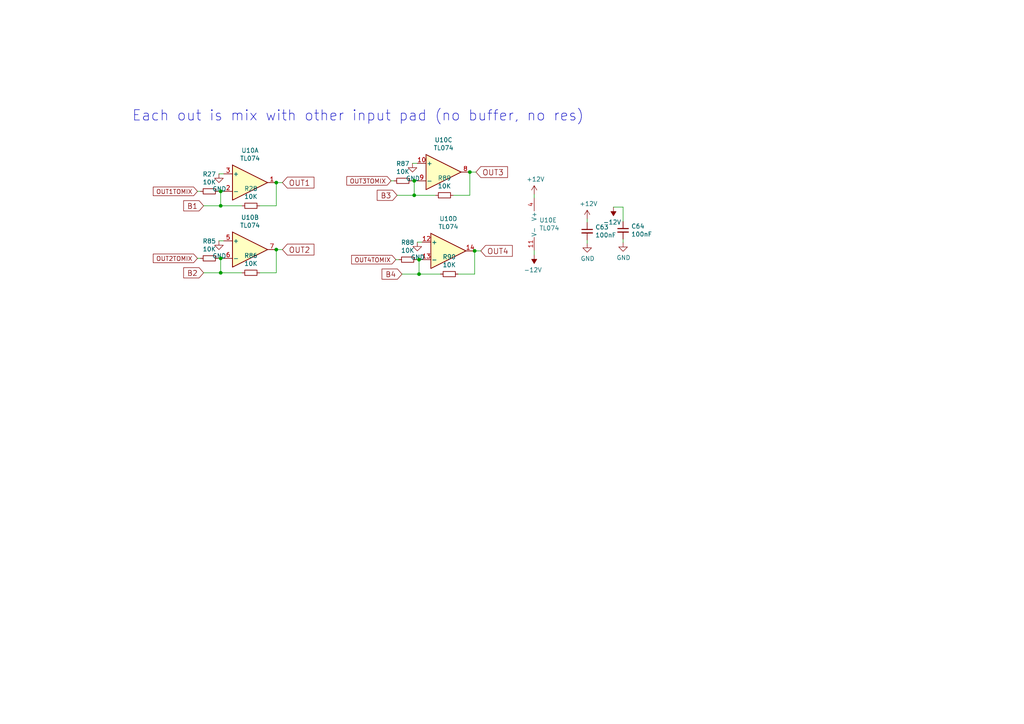
<source format=kicad_sch>
(kicad_sch (version 20211123) (generator eeschema)
  (paper "A4")
  (lib_symbols
    (symbol "Amplifier_Operational:TL074" (pin_names (offset 0.127))
      (property "Reference" "U" (at 0 5.08 0))
      (property "Value" "TL074" (at 0 -5.08 0))
      (symbol "TL074_1_1"
        (polyline (pts (xy -5.08 5.08) (xy 5.08 0) (xy -5.08 -5.08) (xy -5.08 5.08)) (stroke (width 0.254)) (fill (type background)))
        (pin output line (at 7.62 0 180) (length 2.54) (name "~") (number "1"))
        (pin input line (at -7.62 -2.54 0) (length 2.54) (name "-") (number "2"))
        (pin input line (at -7.62 2.54 0) (length 2.54) (name "+") (number "3"))
      )
      (symbol "TL074_2_1"
        (polyline (pts (xy -5.08 5.08) (xy 5.08 0) (xy -5.08 -5.08) (xy -5.08 5.08)) (stroke (width 0.254)) (fill (type background)))
        (pin input line (at -7.62 2.54 0) (length 2.54) (name "+") (number "5"))
        (pin input line (at -7.62 -2.54 0) (length 2.54) (name "-") (number "6"))
        (pin output line (at 7.62 0 180) (length 2.54) (name "~") (number "7"))
      )
      (symbol "TL074_3_1"
        (polyline (pts (xy -5.08 5.08) (xy 5.08 0) (xy -5.08 -5.08) (xy -5.08 5.08)) (stroke (width 0.254)) (fill (type background)))
        (pin input line (at -7.62 2.54 0) (length 2.54) (name "+") (number "10"))
        (pin output line (at 7.62 0 180) (length 2.54) (name "~") (number "8"))
        (pin input line (at -7.62 -2.54 0) (length 2.54) (name "-") (number "9"))
      )
      (symbol "TL074_4_1"
        (polyline (pts (xy -5.08 5.08) (xy 5.08 0) (xy -5.08 -5.08) (xy -5.08 5.08)) (stroke (width 0.254)) (fill (type background)))
        (pin input line (at -7.62 2.54 0) (length 2.54) (name "+") (number "12"))
        (pin input line (at -7.62 -2.54 0) (length 2.54) (name "-") (number "13"))
        (pin output line (at 7.62 0 180) (length 2.54) (name "~") (number "14"))
      )
      (symbol "TL074_5_1"
        (pin power_in line (at -2.54 -7.62 90) (length 3.81) (name "V-") (number "11"))
        (pin power_in line (at -2.54 7.62 270) (length 3.81) (name "V+") (number "4"))
      )
    )
    (symbol "Device:C_Small" (pin_numbers hide) (pin_names (offset 0.254) hide)
      (property "Reference" "C" (at 0.254 1.778 0))
      (property "Value" "C_Small" (at 0.254 -2.032 0))
      (symbol "C_Small_0_1"
        (polyline (pts (xy -1.524 -0.508) (xy 1.524 -0.508)) (stroke (width 0.3302)))
        (polyline (pts (xy -1.524 0.508) (xy 1.524 0.508)) (stroke (width 0.3048)))
      )
      (symbol "C_Small_1_1"
        (pin passive line (at 0 2.54 270) (length 2.032) (name "~") (number "1"))
        (pin passive line (at 0 -2.54 90) (length 2.032) (name "~") (number "2"))
      )
    )
    (symbol "Device:R_Small" (pin_numbers hide) (pin_names (offset 0.254) hide)
      (property "Reference" "R" (at 0.762 0.508 0))
      (property "Value" "R_Small" (at 0.762 -1.016 0))
      (symbol "R_Small_0_1"
        (rectangle (start -0.762 1.778) (end 0.762 -1.778) (stroke (width 0.2032)))
      )
      (symbol "R_Small_1_1"
        (pin passive line (at 0 2.54 270) (length 0.762) (name "~") (number "1"))
        (pin passive line (at 0 -2.54 90) (length 0.762) (name "~") (number "2"))
      )
    )
    (symbol "power:+12V" (power) (pin_names (offset 0))
      (property "Value" "+12V" (at 0 3.556 0))
      (symbol "+12V_0_1"
        (polyline (pts (xy -0.762 1.27) (xy 0 2.54)))
        (polyline (pts (xy 0 0) (xy 0 2.54)))
        (polyline (pts (xy 0 2.54) (xy 0.762 1.27)))
      )
      (symbol "+12V_1_1"
        (pin power_in line (at 0 0 90) (length 0) hide (name "+12V") (number "1"))
      )
    )
    (symbol "power:-12V" (power) (pin_names (offset 0))
      (property "Value" "-12V" (at 0 3.81 0))
      (symbol "-12V_0_0"
        (pin power_in line (at 0 0 90) (length 0) hide (name "-12V") (number "1"))
      )
      (symbol "-12V_0_1"
        (polyline (pts (xy 0 0) (xy 0 1.27) (xy 0.762 1.27) (xy 0 2.54) (xy -0.762 1.27) (xy 0 1.27)) (fill (type outline)))
      )
    )
    (symbol "power:GND" (power) (pin_names (offset 0))
      (property "Value" "GND" (at 0 -3.81 0))
      (symbol "GND_0_1"
        (polyline (pts (xy 0 0) (xy 0 -1.27) (xy 1.27 -1.27) (xy 0 -2.54) (xy -1.27 -1.27) (xy 0 -1.27)))
      )
      (symbol "GND_1_1"
        (pin power_in line (at 0 0 270) (length 0) hide (name "GND") (number "1"))
      )
    )
  )
  (junction (at 64.008 55.499))
  (junction (at 120.142 56.642))
  (junction (at 136.271 49.911))
  (junction (at 80.137 72.39))
  (junction (at 121.539 75.311))
  (junction (at 80.137 52.959))
  (junction (at 64.008 74.93))
  (junction (at 120.142 52.451))
  (junction (at 121.539 79.502))
  (junction (at 137.668 72.771))
  (junction (at 64.008 79.121))
  (junction (at 64.008 59.69))
  (wire (pts (xy 58.166 55.499) (xy 57.277 55.499)))
  (wire (pts (xy 64.008 55.499) (xy 64.008 59.69)))
  (wire (pts (xy 131.445 56.642) (xy 136.271 56.642)))
  (wire (pts (xy 121.539 79.502) (xy 116.586 79.502)))
  (wire (pts (xy 115.697 75.311) (xy 114.808 75.311)))
  (wire (pts (xy 64.008 59.69) (xy 70.231 59.69)))
  (wire (pts (xy 80.137 72.39) (xy 81.915 72.39)))
  (wire (pts (xy 114.3 52.451) (xy 113.411 52.451)))
  (wire (pts (xy 120.142 52.451) (xy 120.142 56.642)))
  (wire (pts (xy 136.271 49.911) (xy 138.049 49.911)))
  (wire (pts (xy 121.031 70.231) (xy 122.428 70.231)))
  (wire (pts (xy 80.137 79.121) (xy 80.137 72.39)))
  (wire (pts (xy 132.842 79.502) (xy 137.668 79.502)))
  (wire (pts (xy 121.539 75.311) (xy 122.428 75.311)))
  (wire (pts (xy 120.142 56.642) (xy 115.189 56.642)))
  (wire (pts (xy 170.307 63.5) (xy 170.307 64.516)))
  (wire (pts (xy 137.668 79.502) (xy 137.668 72.771)))
  (wire (pts (xy 64.008 79.121) (xy 70.231 79.121)))
  (wire (pts (xy 177.927 60.071) (xy 180.721 60.071)))
  (wire (pts (xy 119.38 52.451) (xy 120.142 52.451)))
  (wire (pts (xy 63.5 69.85) (xy 64.897 69.85)))
  (wire (pts (xy 121.539 75.311) (xy 121.539 79.502)))
  (wire (pts (xy 80.137 52.959) (xy 81.915 52.959)))
  (wire (pts (xy 64.008 74.93) (xy 64.008 79.121)))
  (wire (pts (xy 120.777 75.311) (xy 121.539 75.311)))
  (wire (pts (xy 64.008 74.93) (xy 64.897 74.93)))
  (wire (pts (xy 63.246 55.499) (xy 64.008 55.499)))
  (wire (pts (xy 180.721 60.071) (xy 180.721 64.262)))
  (wire (pts (xy 136.271 56.642) (xy 136.271 49.911)))
  (wire (pts (xy 119.634 47.371) (xy 121.031 47.371)))
  (wire (pts (xy 120.142 52.451) (xy 121.031 52.451)))
  (wire (pts (xy 154.94 72.644) (xy 154.94 73.914)))
  (wire (pts (xy 121.539 79.502) (xy 127.762 79.502)))
  (wire (pts (xy 64.008 55.499) (xy 64.897 55.499)))
  (wire (pts (xy 80.137 59.69) (xy 80.137 52.959)))
  (wire (pts (xy 180.721 69.342) (xy 180.721 70.358)))
  (wire (pts (xy 170.307 69.596) (xy 170.307 70.612)))
  (wire (pts (xy 58.166 74.93) (xy 57.277 74.93)))
  (wire (pts (xy 64.008 59.69) (xy 59.055 59.69)))
  (wire (pts (xy 137.668 72.771) (xy 139.446 72.771)))
  (wire (pts (xy 120.142 56.642) (xy 126.365 56.642)))
  (wire (pts (xy 75.311 79.121) (xy 80.137 79.121)))
  (wire (pts (xy 64.008 79.121) (xy 59.055 79.121)))
  (wire (pts (xy 63.5 50.419) (xy 64.897 50.419)))
  (wire (pts (xy 154.94 56.388) (xy 154.94 57.404)))
  (wire (pts (xy 75.311 59.69) (xy 80.137 59.69)))
  (wire (pts (xy 63.246 74.93) (xy 64.008 74.93)))
  (text "Each out is mix with other input pad (no buffer, no res)" (at 38.227 35.433 0) (effects (font (size 2.9972 2.9972)) (justify left bottom)))
  (global_label "B4" (shape input) (at 116.586 79.502 180) (effects (font (size 1.4986 1.4986))) (property "Intersheet References" "${INTERSHEET_REFS}" (effects hide)))
  (global_label "OUT4" (shape input) (at 139.446 72.771 0) (effects (font (size 1.6002 1.6002))) (property "Intersheet References" "${INTERSHEET_REFS}" (effects hide)))
  (global_label "B2" (shape input) (at 59.055 79.121 180) (effects (font (size 1.4986 1.4986))) (property "Intersheet References" "${INTERSHEET_REFS}" (effects hide)))
  (global_label "B1" (shape input) (at 59.055 59.69 180) (effects (font (size 1.4986 1.4986))) (property "Intersheet References" "${INTERSHEET_REFS}" (effects hide)))
  (global_label "OUT3TOMIX" (shape input) (at 113.411 52.451 180) (property "Intersheet References" "${INTERSHEET_REFS}" (effects hide)))
  (global_label "OUT1" (shape input) (at 81.915 52.959 0) (effects (font (size 1.6002 1.6002))) (property "Intersheet References" "${INTERSHEET_REFS}" (effects hide)))
  (global_label "OUT4TOMIX" (shape input) (at 114.808 75.311 180) (property "Intersheet References" "${INTERSHEET_REFS}" (effects hide)))
  (global_label "OUT1TOMIX" (shape input) (at 57.277 55.499 180) (property "Intersheet References" "${INTERSHEET_REFS}" (effects hide)))
  (global_label "OUT2TOMIX" (shape input) (at 57.277 74.93 180) (property "Intersheet References" "${INTERSHEET_REFS}" (effects hide)))
  (global_label "B3" (shape input) (at 115.189 56.642 180) (effects (font (size 1.4986 1.4986))) (property "Intersheet References" "${INTERSHEET_REFS}" (effects hide)))
  (global_label "OUT3" (shape input) (at 138.049 49.911 0) (effects (font (size 1.6002 1.6002))) (property "Intersheet References" "${INTERSHEET_REFS}" (effects hide)))
  (global_label "OUT2" (shape input) (at 81.915 72.39 0) (effects (font (size 1.6002 1.6002))) (property "Intersheet References" "${INTERSHEET_REFS}" (effects hide)))
  (symbol (lib_id "Amplifier_Operational:TL074") (at 72.517 52.959 0) (unit 1)
    (property "Reference" "U10" (at 72.517 43.6372 0))
    (property "Value" "TL074" (at 72.517 45.9486 0))
    (property "Footprint" "Housings_SOIC:SOIC-14_3.9x8.7mm_Pitch1.27mm" (effects hide))
    (property "Datasheet" "http://www.ti.com/lit/ds/symlink/tl071.pdf" (effects hide))
  )
  (symbol (lib_id "power:GND") (at 63.5 50.419 0) (unit 1)
    (property "Reference" "#PWR070" (effects hide))
    (property "Value" "GND" (at 63.627 54.8132 0))
  )
  (symbol (lib_id "Device:R_Small") (at 60.706 55.499 270) (unit 1)
    (property "Reference" "R27" (at 60.706 50.5206 90))
    (property "Value" "10K" (at 60.706 52.832 90))
    (property "Footprint" "Resistors_SMD:R_0805" (effects hide))
  )
  (symbol (lib_id "Device:R_Small") (at 72.771 59.69 270) (unit 1)
    (property "Reference" "R28" (at 72.771 54.7116 90))
    (property "Value" "10K" (at 72.771 57.023 90))
    (property "Footprint" "Resistors_SMD:R_0805" (effects hide))
  )
  (symbol (lib_id "power:GND") (at 63.5 69.85 0) (unit 1)
    (property "Reference" "#PWR0132" (effects hide))
    (property "Value" "GND" (at 63.627 74.2442 0))
  )
  (symbol (lib_id "Device:R_Small") (at 60.706 74.93 270) (unit 1)
    (property "Reference" "R85" (at 60.706 69.9516 90))
    (property "Value" "10K" (at 60.706 72.263 90))
    (property "Footprint" "Resistors_SMD:R_0805" (effects hide))
  )
  (symbol (lib_id "Device:R_Small") (at 72.771 79.121 270) (unit 1)
    (property "Reference" "R86" (at 72.771 74.1426 90))
    (property "Value" "10K" (at 72.771 76.454 90))
    (property "Footprint" "Resistors_SMD:R_0805" (effects hide))
  )
  (symbol (lib_id "power:GND") (at 121.031 70.231 0) (unit 1)
    (property "Reference" "#PWR0134" (effects hide))
    (property "Value" "GND" (at 121.158 74.6252 0))
  )
  (symbol (lib_id "Device:R_Small") (at 118.237 75.311 270) (unit 1)
    (property "Reference" "R88" (at 118.237 70.3326 90))
    (property "Value" "10K" (at 118.237 72.644 90))
    (property "Footprint" "Resistors_SMD:R_0805" (effects hide))
  )
  (symbol (lib_id "Device:R_Small") (at 130.302 79.502 270) (unit 1)
    (property "Reference" "R90" (at 130.302 74.5236 90))
    (property "Value" "10K" (at 130.302 76.835 90))
    (property "Footprint" "Resistors_SMD:R_0805" (effects hide))
  )
  (symbol (lib_id "power:GND") (at 119.634 47.371 0) (unit 1)
    (property "Reference" "#PWR0133" (effects hide))
    (property "Value" "GND" (at 119.761 51.7652 0))
  )
  (symbol (lib_id "Device:R_Small") (at 116.84 52.451 270) (unit 1)
    (property "Reference" "R87" (at 116.84 47.4726 90))
    (property "Value" "10K" (at 116.84 49.784 90))
    (property "Footprint" "Resistors_SMD:R_0805" (effects hide))
  )
  (symbol (lib_id "Device:R_Small") (at 128.905 56.642 270) (unit 1)
    (property "Reference" "R89" (at 128.905 51.6636 90))
    (property "Value" "10K" (at 128.905 53.975 90))
    (property "Footprint" "Resistors_SMD:R_0805" (effects hide))
  )
  (symbol (lib_id "Amplifier_Operational:TL074") (at 128.651 49.911 0) (unit 3)
    (property "Reference" "U10" (at 128.651 40.5892 0))
    (property "Value" "TL074" (at 128.651 42.9006 0))
    (property "Footprint" "Housings_SOIC:SOIC-14_3.9x8.7mm_Pitch1.27mm" (effects hide))
    (property "Datasheet" "http://www.ti.com/lit/ds/symlink/tl071.pdf" (effects hide))
  )
  (symbol (lib_id "Amplifier_Operational:TL074") (at 130.048 72.771 0) (unit 4)
    (property "Reference" "U10" (at 130.048 63.4492 0))
    (property "Value" "TL074" (at 130.048 65.7606 0))
    (property "Footprint" "Housings_SOIC:SOIC-14_3.9x8.7mm_Pitch1.27mm" (effects hide))
    (property "Datasheet" "http://www.ti.com/lit/ds/symlink/tl071.pdf" (effects hide))
  )
  (symbol (lib_id "Amplifier_Operational:TL074") (at 72.517 72.39 0) (unit 2)
    (property "Reference" "U10" (at 72.517 63.0682 0))
    (property "Value" "TL074" (at 72.517 65.3796 0))
    (property "Footprint" "Housings_SOIC:SOIC-14_3.9x8.7mm_Pitch1.27mm" (effects hide))
    (property "Datasheet" "http://www.ti.com/lit/ds/symlink/tl071.pdf" (effects hide))
  )
  (symbol (lib_id "Amplifier_Operational:TL074") (at 157.48 65.024 0) (unit 5)
    (property "Reference" "U10" (at 156.4132 63.8556 0) (effects (justify left)))
    (property "Value" "TL074" (at 156.4132 66.167 0) (effects (justify left)))
    (property "Footprint" "Housings_SOIC:SOIC-14_3.9x8.7mm_Pitch1.27mm" (effects hide))
    (property "Datasheet" "http://www.ti.com/lit/ds/symlink/tl071.pdf" (effects hide))
  )
  (symbol (lib_id "power:+12V") (at 154.94 56.388 0) (unit 1)
    (property "Reference" "#PWR0135" (effects hide))
    (property "Value" "+12V" (at 155.321 51.9938 0))
  )
  (symbol (lib_id "power:-12V") (at 154.94 73.914 180) (unit 1)
    (property "Reference" "#PWR0136" (effects hide))
    (property "Value" "-12V" (at 154.559 78.3082 0))
  )
  (symbol (lib_id "power:+12V") (at 170.307 63.5 0) (unit 1)
    (property "Reference" "#PWR0165" (effects hide))
    (property "Value" "+12V" (at 170.688 59.1058 0))
  )
  (symbol (lib_id "Device:C_Small") (at 170.307 67.056 0) (unit 1)
    (property "Reference" "C63" (at 172.6438 65.8876 0) (effects (justify left)))
    (property "Value" "100nF" (at 172.6438 68.199 0) (effects (justify left)))
    (property "Footprint" "Capacitors_SMD:C_0805" (effects hide))
  )
  (symbol (lib_id "power:GND") (at 170.307 70.612 0) (unit 1)
    (property "Reference" "#PWR0166" (effects hide))
    (property "Value" "GND" (at 170.434 75.0062 0))
  )
  (symbol (lib_id "Device:C_Small") (at 180.721 66.802 0) (unit 1)
    (property "Reference" "C64" (at 183.0578 65.6336 0) (effects (justify left)))
    (property "Value" "100nF" (at 183.0578 67.945 0) (effects (justify left)))
    (property "Footprint" "Capacitors_SMD:C_0805" (effects hide))
  )
  (symbol (lib_id "power:GND") (at 180.721 70.358 0) (unit 1)
    (property "Reference" "#PWR0167" (effects hide))
    (property "Value" "GND" (at 180.848 74.7522 0))
  )
  (symbol (lib_id "power:-12V") (at 177.927 60.071 180) (unit 1)
    (property "Reference" "#PWR0168" (effects hide))
    (property "Value" "-12V" (at 177.546 64.4652 0))
  )
)
</source>
